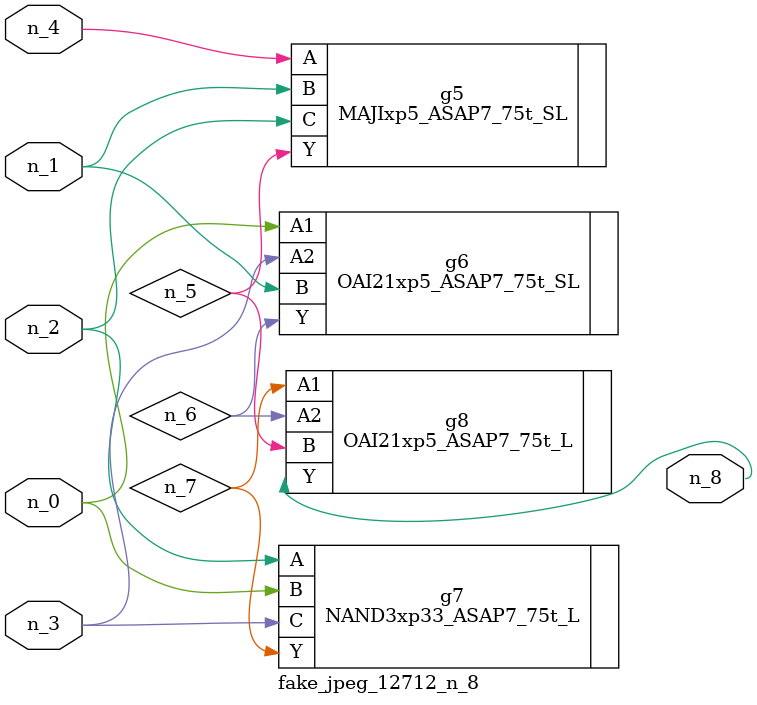
<source format=v>
module fake_jpeg_12712_n_8 (n_3, n_2, n_1, n_0, n_4, n_8);

input n_3;
input n_2;
input n_1;
input n_0;
input n_4;

output n_8;

wire n_6;
wire n_5;
wire n_7;

MAJIxp5_ASAP7_75t_SL g5 ( 
.A(n_4),
.B(n_1),
.C(n_2),
.Y(n_5)
);

OAI21xp5_ASAP7_75t_SL g6 ( 
.A1(n_0),
.A2(n_3),
.B(n_1),
.Y(n_6)
);

NAND3xp33_ASAP7_75t_L g7 ( 
.A(n_2),
.B(n_0),
.C(n_3),
.Y(n_7)
);

OAI21xp5_ASAP7_75t_L g8 ( 
.A1(n_7),
.A2(n_6),
.B(n_5),
.Y(n_8)
);


endmodule
</source>
